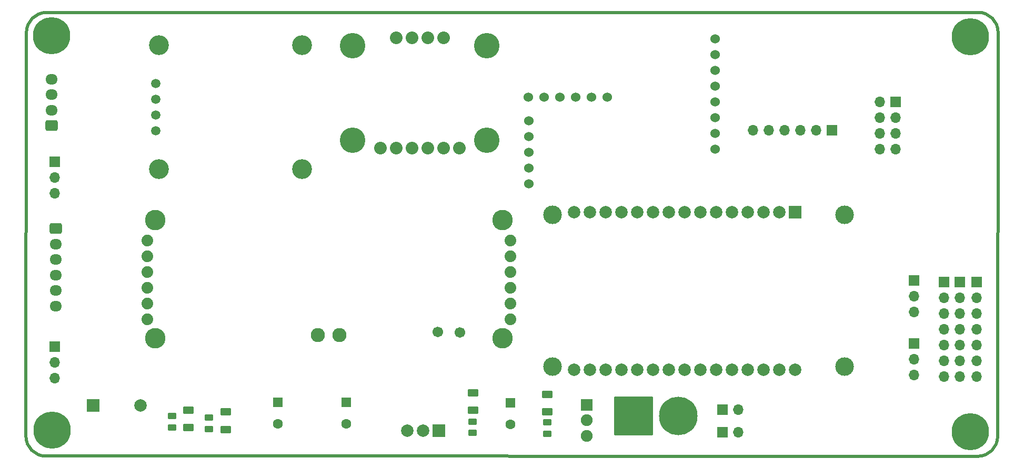
<source format=gbr>
%TF.GenerationSoftware,KiCad,Pcbnew,(7.0.0)*%
%TF.CreationDate,2023-11-24T18:14:14-05:00*%
%TF.ProjectId,C1,43312e6b-6963-4616-945f-706362585858,rev?*%
%TF.SameCoordinates,Original*%
%TF.FileFunction,Soldermask,Top*%
%TF.FilePolarity,Negative*%
%FSLAX46Y46*%
G04 Gerber Fmt 4.6, Leading zero omitted, Abs format (unit mm)*
G04 Created by KiCad (PCBNEW (7.0.0)) date 2023-11-24 18:14:14*
%MOMM*%
%LPD*%
G01*
G04 APERTURE LIST*
G04 Aperture macros list*
%AMRoundRect*
0 Rectangle with rounded corners*
0 $1 Rounding radius*
0 $2 $3 $4 $5 $6 $7 $8 $9 X,Y pos of 4 corners*
0 Add a 4 corners polygon primitive as box body*
4,1,4,$2,$3,$4,$5,$6,$7,$8,$9,$2,$3,0*
0 Add four circle primitives for the rounded corners*
1,1,$1+$1,$2,$3*
1,1,$1+$1,$4,$5*
1,1,$1+$1,$6,$7*
1,1,$1+$1,$8,$9*
0 Add four rect primitives between the rounded corners*
20,1,$1+$1,$2,$3,$4,$5,0*
20,1,$1+$1,$4,$5,$6,$7,0*
20,1,$1+$1,$6,$7,$8,$9,0*
20,1,$1+$1,$8,$9,$2,$3,0*%
G04 Aperture macros list end*
%ADD10C,1.701800*%
%ADD11C,1.879600*%
%ADD12C,2.286000*%
%ADD13C,3.301600*%
%ADD14C,6.000000*%
%ADD15R,1.600000X1.600000*%
%ADD16C,1.600000*%
%ADD17RoundRect,0.250000X0.725000X-0.600000X0.725000X0.600000X-0.725000X0.600000X-0.725000X-0.600000X0*%
%ADD18O,1.950000X1.700000*%
%ADD19R,1.700000X1.700000*%
%ADD20O,1.700000X1.700000*%
%ADD21RoundRect,0.250000X0.450000X-0.262500X0.450000X0.262500X-0.450000X0.262500X-0.450000X-0.262500X0*%
%ADD22RoundRect,0.250000X-0.625000X0.375000X-0.625000X-0.375000X0.625000X-0.375000X0.625000X0.375000X0*%
%ADD23R,2.000000X2.000000*%
%ADD24C,2.000000*%
%ADD25C,6.204000*%
%ADD26RoundRect,0.102000X-3.000000X-3.000000X3.000000X-3.000000X3.000000X3.000000X-3.000000X3.000000X0*%
%ADD27R,1.900000X1.900000*%
%ADD28C,1.900000*%
%ADD29RoundRect,0.250000X-0.450000X0.262500X-0.450000X-0.262500X0.450000X-0.262500X0.450000X0.262500X0*%
%ADD30RoundRect,0.250000X-0.725000X0.600000X-0.725000X-0.600000X0.725000X-0.600000X0.725000X0.600000X0*%
%ADD31C,1.524000*%
%ADD32C,3.200000*%
%ADD33C,1.500000*%
%ADD34C,3.000000*%
%ADD35C,2.032000*%
%ADD36C,4.101600*%
%TA.AperFunction,Profile*%
%ADD37C,0.500000*%
%TD*%
G04 APERTURE END LIST*
D10*
%TO.C,J4*%
X133316000Y-111282000D03*
X136884000Y-111332000D03*
D11*
X145000000Y-96550000D03*
X86580000Y-96550000D03*
X145000000Y-99090000D03*
D12*
X117506000Y-111795000D03*
D11*
X86580000Y-99090000D03*
X145000000Y-101630000D03*
X86580000Y-101630000D03*
X145000000Y-104170000D03*
X86580000Y-104170000D03*
X145000000Y-106710000D03*
X86580000Y-106710000D03*
X145000000Y-109250000D03*
D12*
X114006000Y-111795000D03*
D11*
X86580000Y-109250000D03*
D13*
X143730000Y-112298000D03*
X143730000Y-93248000D03*
X87850000Y-112298000D03*
X87850000Y-93248000D03*
%TD*%
D14*
%TO.C,H2*%
X71250000Y-127130000D03*
%TD*%
D15*
%TO.C,C1*%
X144979999Y-122679999D03*
D16*
X144980000Y-126180000D03*
%TD*%
D17*
%TO.C,LIDAR1*%
X71230000Y-78015000D03*
D18*
X71229999Y-75514999D03*
X71229999Y-73014999D03*
X71229999Y-70514999D03*
%TD*%
D19*
%TO.C,J1*%
X214789999Y-103219999D03*
D20*
X214789999Y-105759999D03*
X214789999Y-108299999D03*
X214789999Y-110839999D03*
X214789999Y-113379999D03*
X214789999Y-115919999D03*
X214789999Y-118459999D03*
%TD*%
D19*
%TO.C,Encoder1*%
X71699999Y-83809999D03*
D20*
X71699999Y-86349999D03*
X71699999Y-88889999D03*
%TD*%
D19*
%TO.C,J5*%
X217359999Y-103219999D03*
D20*
X217359999Y-105759999D03*
X217359999Y-108299999D03*
X217359999Y-110839999D03*
X217359999Y-113379999D03*
X217359999Y-115919999D03*
X217359999Y-118459999D03*
%TD*%
D21*
%TO.C,R3*%
X150930000Y-127662500D03*
X150930000Y-125837500D03*
%TD*%
D15*
%TO.C,C3*%
X107559999Y-122614999D03*
D16*
X107560000Y-126115000D03*
%TD*%
D22*
%TO.C,D1*%
X139030000Y-121080000D03*
X139030000Y-123880000D03*
%TD*%
D19*
%TO.C,TX2*%
X209989999Y-102959999D03*
D20*
X209989999Y-105499999D03*
X209989999Y-108039999D03*
%TD*%
D14*
%TO.C,H3*%
X218990000Y-127320000D03*
%TD*%
D22*
%TO.C,D2*%
X99210000Y-124180000D03*
X99210000Y-126980000D03*
%TD*%
D23*
%TO.C,U1*%
X133519999Y-127184999D03*
D24*
X130980000Y-127185000D03*
X128440000Y-127185000D03*
%TD*%
D25*
%TO.C,J8*%
X172000000Y-124820000D03*
D26*
X164800000Y-124820000D03*
%TD*%
D27*
%TO.C,SW2*%
X157329999Y-122999999D03*
D28*
X157330000Y-125500000D03*
X157330000Y-128000000D03*
%TD*%
D22*
%TO.C,D3*%
X150970000Y-121380000D03*
X150970000Y-124180000D03*
%TD*%
D29*
%TO.C,R4*%
X90590000Y-124857500D03*
X90590000Y-126682500D03*
%TD*%
D23*
%TO.C,BZ1*%
X77909999Y-123109999D03*
D24*
X85510000Y-123110000D03*
%TD*%
D14*
%TO.C,H4*%
X218990000Y-63650000D03*
%TD*%
D19*
%TO.C,J10*%
X179144999Y-127439999D03*
D20*
X181684999Y-127439999D03*
%TD*%
D30*
%TO.C,GPS-M10Q5883*%
X71830000Y-94595000D03*
D18*
X71829999Y-97094999D03*
X71829999Y-99594999D03*
X71829999Y-102094999D03*
X71829999Y-104594999D03*
X71829999Y-107094999D03*
%TD*%
D15*
%TO.C,C2*%
X118609999Y-122612348D03*
D16*
X118610000Y-126112349D03*
%TD*%
D19*
%TO.C,NRF24L1*%
X206999999Y-74179999D03*
D20*
X204459999Y-74179999D03*
X206999999Y-76719999D03*
X204459999Y-76719999D03*
X206999999Y-79259999D03*
X204459999Y-79259999D03*
X206999999Y-81799999D03*
X204459999Y-81799999D03*
%TD*%
D31*
%TO.C,BMP280*%
X147893000Y-73438000D03*
X150433000Y-73438000D03*
X152973000Y-73438000D03*
X155513000Y-73438000D03*
X158053000Y-73438000D03*
X160593000Y-73438000D03*
%TD*%
D29*
%TO.C,R2*%
X96470000Y-125067500D03*
X96470000Y-126892500D03*
%TD*%
D19*
%TO.C,Pitot1*%
X71689999Y-113619999D03*
D20*
X71689999Y-116159999D03*
X71689999Y-118699999D03*
%TD*%
D21*
%TO.C,R1*%
X138920000Y-127552500D03*
X138920000Y-125727500D03*
%TD*%
D32*
%TO.C,Oled1*%
X88490000Y-85025000D03*
X111490000Y-85025000D03*
X88490000Y-65025000D03*
X111490000Y-65025000D03*
D33*
X87990000Y-78835000D03*
X87990000Y-76295000D03*
X87990000Y-73755000D03*
X87990000Y-71215000D03*
%TD*%
D19*
%TO.C,J6*%
X220019999Y-103219999D03*
D20*
X220019999Y-105759999D03*
X220019999Y-108299999D03*
X220019999Y-110839999D03*
X220019999Y-113379999D03*
X220019999Y-115919999D03*
X220019999Y-118459999D03*
%TD*%
D34*
%TO.C,U2*%
X198780000Y-92360000D03*
X151830000Y-92360000D03*
X198780000Y-116870000D03*
X151830000Y-116870000D03*
D23*
X190819999Y-91939999D03*
D24*
X188280000Y-91940000D03*
X185740000Y-91940000D03*
X183200000Y-91940000D03*
X180660000Y-91940000D03*
X178120000Y-91940000D03*
X175580000Y-91940000D03*
X173040000Y-91940000D03*
X170500000Y-91940000D03*
X167960000Y-91940000D03*
X165420000Y-91940000D03*
X162880000Y-91940000D03*
X160340000Y-91940000D03*
X157800000Y-91940000D03*
X155260000Y-91940000D03*
X155260000Y-117340000D03*
X157800000Y-117340000D03*
X160340000Y-117340000D03*
X162880000Y-117340000D03*
X165420000Y-117340000D03*
X167960000Y-117340000D03*
X170500000Y-117340000D03*
X173040000Y-117340000D03*
X175580000Y-117340000D03*
X178120000Y-117340000D03*
X180660000Y-117340000D03*
X183200000Y-117340000D03*
X185740000Y-117340000D03*
X188280000Y-117340000D03*
X190820000Y-117340000D03*
%TD*%
D35*
%TO.C,J3*%
X124086200Y-81595300D03*
X126626200Y-81595300D03*
X129166200Y-81595300D03*
X131706200Y-81595300D03*
X134246200Y-81595300D03*
X136786200Y-81595300D03*
X126626200Y-63815300D03*
X129166200Y-63815300D03*
X131706200Y-63815300D03*
X134246200Y-63815300D03*
D36*
X119641200Y-65085300D03*
X119641200Y-80325300D03*
X141231200Y-65085300D03*
X141231200Y-80325300D03*
%TD*%
D22*
%TO.C,D4*%
X93190000Y-123870000D03*
X93190000Y-126670000D03*
%TD*%
D19*
%TO.C,J9*%
X179149999Y-123834999D03*
D20*
X181689999Y-123834999D03*
%TD*%
D31*
%TO.C,Gy-271*%
X147962000Y-77222000D03*
X147962000Y-79762000D03*
X147962000Y-82302000D03*
X147962000Y-84842000D03*
X147962000Y-87382000D03*
%TD*%
%TO.C,J7*%
X177945000Y-81768000D03*
X177945000Y-79228000D03*
X177945000Y-76688000D03*
X177945000Y-74148000D03*
X177945000Y-71608000D03*
X177945000Y-69068000D03*
X177945000Y-66528000D03*
X177945000Y-63988000D03*
%TD*%
D14*
%TO.C,H1*%
X71150000Y-63530000D03*
%TD*%
D19*
%TO.C,RX1*%
X209989999Y-113139999D03*
D20*
X209989999Y-115679999D03*
X209989999Y-118219999D03*
%TD*%
D19*
%TO.C,J2*%
X196789999Y-78764999D03*
D20*
X194249999Y-78764999D03*
X191709999Y-78764999D03*
X189169999Y-78764999D03*
X186629999Y-78764999D03*
X184089999Y-78764999D03*
%TD*%
D37*
X220304937Y-59760063D02*
X220304937Y-59760063D01*
G75*
G02*
X223479937Y-62935063I-37J-3175037D01*
G01*
X223410000Y-128140000D01*
G75*
G02*
X220235000Y-131315000I-3175000J0D01*
G01*
X70240000Y-131280000D01*
G75*
G02*
X67065000Y-128105000I0J3175000D01*
G01*
X67150064Y-62955064D01*
G75*
G02*
X70325064Y-59780064I3174996J4D01*
G01*
X161070000Y-59795000D01*
X220304937Y-59760063D01*
M02*

</source>
